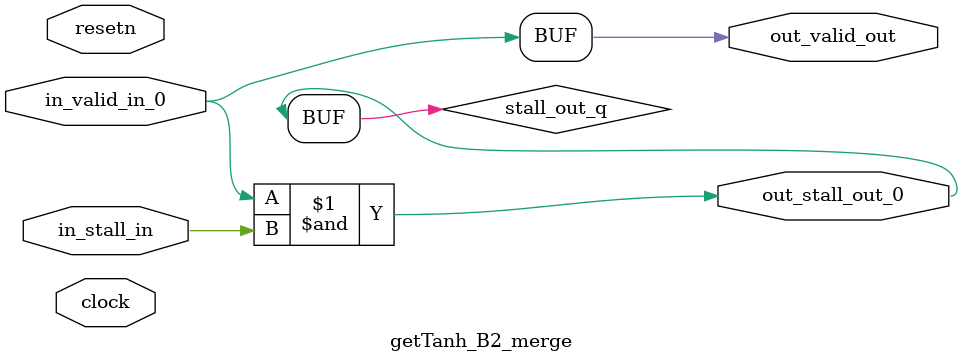
<source format=sv>



(* altera_attribute = "-name AUTO_SHIFT_REGISTER_RECOGNITION OFF; -name MESSAGE_DISABLE 10036; -name MESSAGE_DISABLE 10037; -name MESSAGE_DISABLE 14130; -name MESSAGE_DISABLE 14320; -name MESSAGE_DISABLE 15400; -name MESSAGE_DISABLE 14130; -name MESSAGE_DISABLE 10036; -name MESSAGE_DISABLE 12020; -name MESSAGE_DISABLE 12030; -name MESSAGE_DISABLE 12010; -name MESSAGE_DISABLE 12110; -name MESSAGE_DISABLE 14320; -name MESSAGE_DISABLE 13410; -name MESSAGE_DISABLE 113007; -name MESSAGE_DISABLE 10958" *)
module getTanh_B2_merge (
    input wire [0:0] in_stall_in,
    input wire [0:0] in_valid_in_0,
    output wire [0:0] out_stall_out_0,
    output wire [0:0] out_valid_out,
    input wire clock,
    input wire resetn
    );

    wire [0:0] stall_out_q;


    // stall_out(LOGICAL,6)
    assign stall_out_q = in_valid_in_0 & in_stall_in;

    // out_stall_out_0(GPOUT,4)
    assign out_stall_out_0 = stall_out_q;

    // out_valid_out(GPOUT,5)
    assign out_valid_out = in_valid_in_0;

endmodule

</source>
